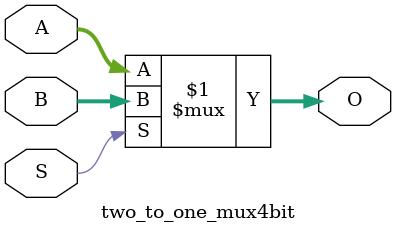
<source format=v>
module two_to_one_mux4bit(A,B,S,O);

parameter size = 4;

(* keep = 1 *) input [size-1:0] A;
(* keep = 1 *) input [size-1:0]B;
(* keep = 1 *) input S;
(* keep = 1 *) output [size-1:0] O;


assign O = S ? B : A ;

endmodule

</source>
